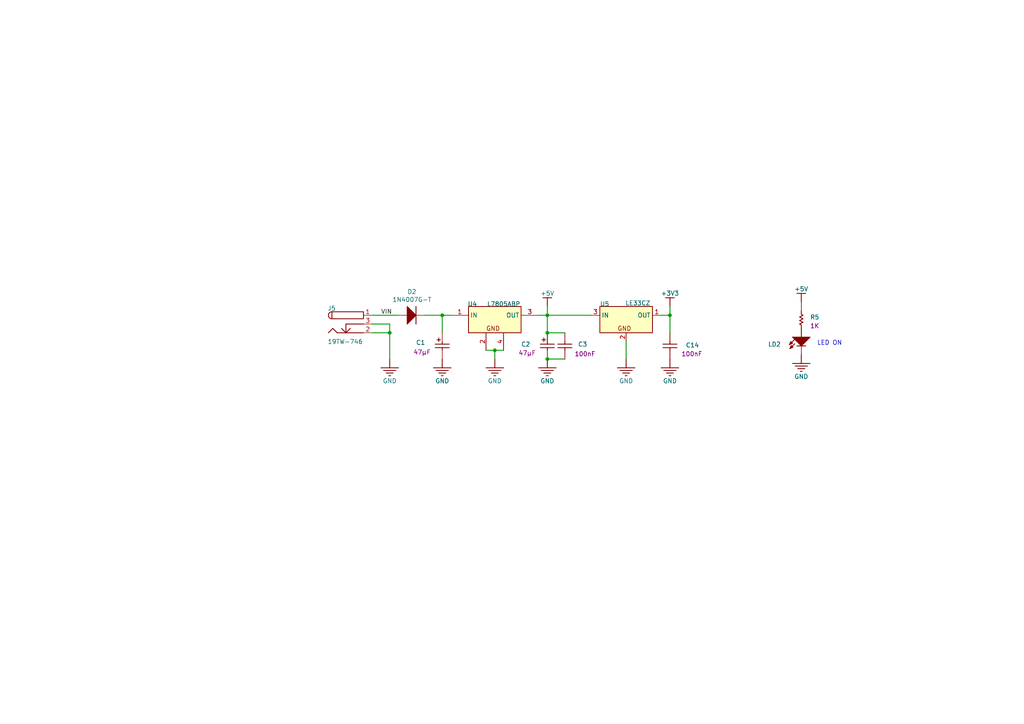
<source format=kicad_sch>
(kicad_sch (version 20250114) (generator "eeschema") (generator_version "9.0")
  (paper "A4")
  (lib_symbols
    (symbol "Arduino_Uno_Kit-altium-import:+3V3" (power)
      (property "Reference" "#PWR" (at 0 0 0))
      (property "Value" "+3V3" (at 0 3.81 0))
      (symbol "+3V3_0_0"
        (polyline (pts (xy -1.27 -2.54) (xy 1.27 -2.54)) (stroke (width 0.254)))
        (polyline (pts (xy 0 0) (xy 0 -2.54)) (stroke (width 0.254)))
        (pin power_in line (at 0 0 0) (length 0) (hide yes) (name "+3V3") (number ""))
      )
    )
    (symbol "Arduino_Uno_Kit-altium-import:+5V" (power)
      (property "Reference" "#PWR" (at 0 0 0))
      (property "Value" "+5V" (at 0 3.81 0))
      (symbol "+5V_0_0"
        (polyline (pts (xy -1.27 -2.54) (xy 1.27 -2.54)) (stroke (width 0.254)))
        (polyline (pts (xy 0 0) (xy 0 -2.54)) (stroke (width 0.254)))
        (pin power_in line (at 0 0 0) (length 0) (hide yes) (name "+5V") (number ""))
      )
    )
    (symbol "Arduino_Uno_Kit-altium-import:0_19TW-746"
      (property "Value" "0_19TW-746" (at 0 0 0))
      (symbol "0_19TW-746_1_0"
        (arc (start -4.064 -1.016) (mid -5.0755 0) (end -4.064 1.016) (stroke (width 0.254)))
        (polyline (pts (xy 0 -5.08) (xy 1.27 -3.81)) (stroke (width 0.254)))
        (polyline (pts (xy 5.08 1.016) (xy -4.064 1.016) (xy -4.064 -1.016) (xy 5.08 -1.016) (xy 5.08 1.016)) (stroke (width 0.254)))
        (polyline (pts (xy 5.08 -2.54) (xy 0 -2.54) (xy 0 -5.08) (xy -1.27 -3.81)) (stroke (width 0.254)))
        (polyline (pts (xy 5.08 -5.08) (xy -2.54 -5.08) (xy -3.81 -3.81) (xy -5.08 -5.08)) (stroke (width 0.254)))
        (pin power_in line (at 7.62 0 180) (length 2.54) (name "1") (number "1"))
        (pin power_in line (at 7.62 -2.54 180) (length 2.54) (name "3") (number "3"))
        (pin power_in line (at 7.62 -5.08 180) (length 2.54) (name "2") (number "2"))
      )
    )
    (symbol "Arduino_Uno_Kit-altium-import:0_1N4007G-T"
      (property "Value" "0_1N4007G-T" (at 0 0 0))
      (symbol "0_1N4007G-T_1_0"
        (polyline (pts (xy 0 -2.54) (xy 2.54 0) (xy 0 2.54) (xy 0 -2.54)) (stroke (width 0.254)) (fill (type outline)))
        (polyline (pts (xy 2.54 2.54) (xy 2.54 -2.54)) (stroke (width 0.254)))
        (pin passive line (at -2.54 0 0) (length 2.54) (name "1") (number "1"))
        (pin passive line (at 5.08 0 180) (length 2.54) (name "2") (number "2"))
      )
    )
    (symbol "Arduino_Uno_Kit-altium-import:0_L7805CT"
      (property "Value" "0_L7805CT" (at 0 0 0))
      (symbol "0_L7805CT_1_0"
        (rectangle (start 15.24 2.54) (end 0 -5.08) (stroke (width 0.254)) (fill (type background)))
        (text "GND" (at 5.08 -4.572 0) (effects (font (size 1.27 1.27)) (justify left bottom)))
        (pin power_in line (at -5.08 0 0) (length 5.08) (name "IN") (number "1"))
        (pin power_in line (at 5.08 -10.16 90) (length 5.08) (name "GND") (number "2"))
        (pin power_in line (at 10.16 -10.16 90) (length 5.08) (name "GND") (number "4"))
        (pin power_in line (at 20.32 0 180) (length 5.08) (name "OUT") (number "3"))
      )
    )
    (symbol "Arduino_Uno_Kit-altium-import:0_LE33CZ-TR/AP"
      (property "Value" "0_LE33CZ-TR/AP" (at 0 0 0))
      (symbol "0_LE33CZ-TR/AP_1_0"
        (rectangle (start 15.24 0) (end 0 -7.62) (stroke (width 0.254)) (fill (type background)))
        (text "GND" (at 5.08 -7.112 0) (effects (font (size 1.27 1.27)) (justify left bottom)))
        (pin power_in line (at -2.54 -2.54 0) (length 2.54) (name "IN") (number "3"))
        (pin power_in line (at 7.62 -10.16 90) (length 2.54) (name "GND") (number "2"))
        (pin power_in line (at 17.78 -2.54 180) (length 2.54) (name "OUT") (number "1"))
      )
    )
    (symbol "Arduino_Uno_Kit-altium-import:0_LED"
      (property "Value" "0_LED" (at 0 0 0))
      (symbol "0_LED_1_0"
        (polyline (pts (xy -3.429 -2.159) (xy -2.032 -0.762)) (stroke (width 0.254)))
        (polyline (pts (xy -3.429 -2.159) (xy -3.048 -1.27) (xy -2.54 -1.778) (xy -3.429 -2.159)) (stroke (width 0.254)) (fill (type outline)))
        (polyline (pts (xy -3.302 -3.302) (xy -1.905 -1.905)) (stroke (width 0.254)))
        (polyline (pts (xy -3.302 -3.302) (xy -2.921 -2.413) (xy -2.413 -2.921) (xy -3.302 -3.302)) (stroke (width 0.254)) (fill (type outline)))
        (polyline (pts (xy -2.54 0) (xy 2.54 0) (xy 0 -2.54) (xy -2.54 0)) (stroke (width 0.254)) (fill (type outline)))
        (polyline (pts (xy -1.27 -2.54) (xy 0 -2.54)) (stroke (width 0.254)))
        (polyline (pts (xy 0 -2.54) (xy 1.27 -2.54)) (stroke (width 0.254)))
        (pin passive line (at 0 2.54 270) (length 2.54) (name "A") (number "A"))
        (pin passive line (at 0 -5.08 90) (length 2.54) (name "C") (number "C"))
      )
    )
    (symbol "Arduino_Uno_Kit-altium-import:1_CAP-POL"
      (property "Value" "1_CAP-POL" (at 0 0 0))
      (symbol "1_CAP-POL_1_0"
        (polyline (pts (xy -2.032 0.508) (xy 2.032 0.508)) (stroke (width 0.254)))
        (polyline (pts (xy -1.524 1.778) (xy -0.508 1.778)) (stroke (width 0.254)))
        (polyline (pts (xy -1.016 1.27) (xy -1.016 2.286)) (stroke (width 0.254)))
        (polyline (pts (xy 0 1.27) (xy 0 0.508)) (stroke (width 0.254)))
        (polyline (pts (xy 0 -1.27) (xy 0 -0.508)) (stroke (width 0.254)))
        (polyline (pts (xy 2.032 -0.508) (xy -2.032 -0.508)) (stroke (width 0.254)))
        (pin passive line (at 0 3.81 270) (length 2.54) (name "2") (number "2"))
        (pin passive line (at 0 -3.81 90) (length 2.54) (name "1") (number "1"))
      )
    )
    (symbol "Arduino_Uno_Kit-altium-import:3_CAP"
      (property "Value" "3_CAP" (at 0 0 0))
      (symbol "3_CAP_1_0"
        (polyline (pts (xy -2.032 -3.302) (xy 2.032 -3.302)) (stroke (width 0.254)))
        (polyline (pts (xy 0 -2.54) (xy 0 -3.302)) (stroke (width 0.254)))
        (polyline (pts (xy 0 -5.08) (xy 0 -4.318)) (stroke (width 0.254)))
        (polyline (pts (xy 2.032 -4.318) (xy -2.032 -4.318)) (stroke (width 0.254)))
        (pin passive line (at 0 0 270) (length 2.54) (name "1") (number "1"))
        (pin passive line (at 0 -7.62 90) (length 2.54) (name "2") (number "2"))
      )
    )
    (symbol "Arduino_Uno_Kit-altium-import:3_RES"
      (property "Value" "3_RES" (at 0 0 0))
      (symbol "3_RES_1_0"
        (polyline (pts (xy 0 -2.54) (xy 0 -1.524) (xy -0.508 -1.27) (xy 0.508 -0.762) (xy -0.508 -0.254) (xy 0.508 0.254) (xy -0.508 0.762) (xy 0.508 1.27) (xy 0 1.524) (xy 0 2.54)) (stroke (width 0.254)))
        (pin passive line (at 0 5.08 270) (length 2.54) (name "1") (number "1"))
        (pin passive line (at 0 -5.08 90) (length 2.54) (name "2") (number "2"))
      )
    )
    (symbol "Arduino_Uno_Kit-altium-import:GND" (power)
      (property "Reference" "#PWR" (at 0 0 0))
      (property "Value" "GND" (at 0 6.35 0))
      (symbol "GND_0_0"
        (polyline (pts (xy -2.54 -2.54) (xy 2.54 -2.54)) (stroke (width 0.254)))
        (polyline (pts (xy -1.778 -3.302) (xy 1.778 -3.302)) (stroke (width 0.254)))
        (polyline (pts (xy -1.016 -4.064) (xy 1.016 -4.064)) (stroke (width 0.254)))
        (polyline (pts (xy -0.254 -4.826) (xy 0.254 -4.826)) (stroke (width 0.254)))
        (polyline (pts (xy 0 0) (xy 0 -2.54)) (stroke (width 0.254)))
        (pin power_in line (at 0 0 0) (length 0) (hide yes) (name "GND") (number ""))
      )
    )
  )
  (text "LED ON" (at 236.982 100.33 0) (effects (font (size 1.27 1.27)) (justify left bottom)))
  (junction (at 194.31 91.44))
  (junction (at 128.27 91.44))
  (junction (at 158.75 91.44))
  (junction (at 158.75 104.14))
  (junction (at 158.75 96.52))
  (junction (at 113.03 96.52))
  (junction (at 143.51 101.6))
  (wire (pts (xy 123.19 91.44) (xy 128.27 91.44)) (stroke (width 0.254)))
  (wire (pts (xy 140.97 101.6) (xy 143.51 101.6)) (stroke (width 0.254)))
  (wire (pts (xy 158.75 99.06) (xy 158.75 96.52)) (stroke (width 0.254)))
  (wire (pts (xy 128.27 91.44) (xy 130.81 91.44)) (stroke (width 0.254)))
  (wire (pts (xy 194.31 91.44) (xy 194.31 88.9)) (stroke (width 0.254)))
  (wire (pts (xy 143.51 101.6) (xy 146.05 101.6)) (stroke (width 0.254)))
  (wire (pts (xy 181.61 99.06) (xy 181.61 104.14)) (stroke (width 0.254)))
  (wire (pts (xy 158.75 91.44) (xy 156.21 91.44)) (stroke (width 0.254)))
  (wire (pts (xy 107.95 96.52) (xy 113.03 96.52)) (stroke (width 0.254)))
  (wire (pts (xy 143.51 101.6) (xy 143.51 104.14)) (stroke (width 0.254)))
  (wire (pts (xy 113.03 93.98) (xy 113.03 96.52)) (stroke (width 0.254)))
  (wire (pts (xy 194.31 91.44) (xy 194.31 96.52)) (stroke (width 0.254)))
  (wire (pts (xy 107.95 93.98) (xy 113.03 93.98)) (stroke (width 0.254)))
  (wire (pts (xy 171.45 91.44) (xy 158.75 91.44)) (stroke (width 0.254)))
  (wire (pts (xy 128.27 91.44) (xy 128.27 96.52)) (stroke (width 0.254)))
  (wire (pts (xy 232.41 95.25) (xy 232.41 97.79)) (stroke (width 0.254)))
  (wire (pts (xy 158.75 88.9) (xy 158.75 91.44)) (stroke (width 0.254)))
  (wire (pts (xy 163.83 96.52) (xy 158.75 96.52)) (stroke (width 0.254)))
  (wire (pts (xy 158.75 104.14) (xy 163.83 104.14)) (stroke (width 0.254)))
  (wire (pts (xy 158.75 96.52) (xy 158.75 91.44)) (stroke (width 0.254)))
  (wire (pts (xy 107.95 91.44) (xy 115.57 91.44)) (stroke (width 0.254)))
  (wire (pts (xy 113.03 96.52) (xy 113.03 104.14)) (stroke (width 0.254)))
  (wire (pts (xy 191.77 91.44) (xy 194.31 91.44)) (stroke (width 0.254)))
  (label "VIN" (at 110.49 91.44 0))
  (symbol (lib_id "Arduino_Uno_Kit-altium-import:3_CAP") (at 163.83 96.52 0) (unit 1)
    (property "Reference" "C3" (at 167.64 100.584 0) (effects (justify left bottom)))
    (property "Value" "B32529C0104J289" (effects (hide yes)))
    (property "Footprint" "B32529C0104J289" (effects (hide yes)))
    (property "CODE ARDUINO" "0080" (effects (hide yes)))
    (property "ALTIUM_VALUE" "100nF" (at 166.624 103.378 0) (effects (justify left bottom)))
    (property "PART NUMBER" "B32529C0104J289" (effects (hide yes)))
    (property "MANUFACTURER" "EPCOS" (effects (hide yes)))
    (property "VOLTAGE" "63V" (effects (hide yes)))
    (property "TOLERANCE" "5%" (effects (hide yes)))
  )
  (symbol (lib_id "Arduino_Uno_Kit-altium-import:GND") (at 143.51 104.14 0) (unit 1)
    (property "Reference" "#PWR07" (effects (hide yes)))
    (property "Value" "GND" (at 143.51 110.49 0))
  )
  (symbol (lib_id "Arduino_Uno_Kit-altium-import:1_CAP-POL") (at 128.27 100.33 0) (unit 1)
    (property "Reference" "C1" (at 120.65 100.076 0) (effects (justify left bottom)))
    (property "Value" "EKF476M1EE05TU" (effects (hide yes)))
    (property "Footprint" "EKF476M1EE05TU" (effects (hide yes)))
    (property "MANUFACTURER PART NUMBER 2" "EKF476M1EE05TU" (effects (hide yes)))
    (property "PACKAGE" "6.3x5mm  P. 2.5mm" (effects (hide yes)))
    (property "VOLTAGE" "25V" (effects (hide yes)))
    (property "PART NUMBER" "EKF476M1EE05TU" (effects (hide yes)))
    (property "ALTIUM_VALUE" "47µF" (at 119.888 102.87 0) (effects (justify left bottom)))
    (property "TOLERANCE" "20%" (effects (hide yes)))
    (property "CODE ARDUINO" "C0125" (effects (hide yes)))
    (property "MANUFACTURER" "SAMXON" (effects (hide yes)))
  )
  (symbol (lib_id "Arduino_Uno_Kit-altium-import:GND") (at 181.61 104.14 0) (unit 1)
    (property "Reference" "#PWR010" (effects (hide yes)))
    (property "Value" "GND" (at 181.61 110.49 0))
  )
  (symbol (lib_id "Arduino_Uno_Kit-altium-import:0_19TW-746") (at 100.33 91.44 0) (unit 1)
    (property "Reference" "J5" (at 94.996 90.17 0) (effects (justify left bottom)))
    (property "Value" "19TW-746" (at 94.996 99.822 0) (effects (justify left bottom)))
    (property "Footprint" "POWERSUPPLY_DC-21MM" (effects (hide yes)))
    (property "MANUFACTURER" "4UCON" (effects (hide yes)))
    (property "PART NUMBER" "19TW-746" (effects (hide yes)))
    (property "CODE ARDUINO" "0018" (effects (hide yes)))
  )
  (symbol (lib_id "Arduino_Uno_Kit-altium-import:GND") (at 232.41 102.87 0) (unit 1)
    (property "Reference" "#PWR022" (effects (hide yes)))
    (property "Value" "GND" (at 232.41 109.22 0))
  )
  (symbol (lib_id "Arduino_Uno_Kit-altium-import:GND") (at 113.03 104.14 0) (unit 1)
    (property "Reference" "#PWR05" (effects (hide yes)))
    (property "Value" "GND" (at 113.03 110.49 0))
  )
  (symbol (lib_id "Arduino_Uno_Kit-altium-import:3_CAP") (at 194.31 96.52 0) (unit 1)
    (property "Reference" "C14" (at 198.882 100.838 0) (effects (justify left bottom)))
    (property "Value" "B32529C0104J289" (effects (hide yes)))
    (property "Footprint" "B32529C0104J289" (effects (hide yes)))
    (property "CODE ARDUINO" "0080" (effects (hide yes)))
    (property "ALTIUM_VALUE" "100nF" (at 197.612 103.378 0) (effects (justify left bottom)))
    (property "PART NUMBER" "B32529C0104J289" (effects (hide yes)))
    (property "MANUFACTURER" "EPCOS" (effects (hide yes)))
    (property "VOLTAGE" "63V" (effects (hide yes)))
    (property "TOLERANCE" "5%" (effects (hide yes)))
  )
  (symbol (lib_id "Arduino_Uno_Kit-altium-import:+3V3") (at 194.31 88.9 180) (unit 1)
    (property "Reference" "#PWR011" (effects (hide yes)))
    (property "Value" "+3V3" (at 194.31 85.09 0))
  )
  (symbol (lib_id "Arduino_Uno_Kit-altium-import:+5V") (at 232.41 87.63 180) (unit 1)
    (property "Reference" "#PWR021" (effects (hide yes)))
    (property "Value" "+5V" (at 232.41 83.82 0))
  )
  (symbol (lib_id "Arduino_Uno_Kit-altium-import:+5V") (at 158.75 88.9 180) (unit 1)
    (property "Reference" "#PWR08" (effects (hide yes)))
    (property "Value" "+5V" (at 158.75 85.09 0))
  )
  (symbol (lib_id "Arduino_Uno_Kit-altium-import:0_1N4007G-T") (at 118.11 91.44 0) (unit 1)
    (property "Reference" "D2" (at 118.11 85.344 0) (effects (justify left bottom)))
    (property "Value" "1N4007G-T" (at 113.792 87.63 0) (effects (justify left bottom)))
    (property "Footprint" "1N4007G-T-Footprint-1" (effects (hide yes)))
    (property "MANUFACTURER" "Panjit" (effects (hide yes)))
    (property "CODE ARDUINO" "0066" (effects (hide yes)))
    (property "PART NUMBER" "1N4007G-T" (effects (hide yes)))
    (property "VOLTAGE RATING (DC)" "1kV" (effects (hide yes)))
  )
  (symbol (lib_id "Arduino_Uno_Kit-altium-import:GND") (at 158.75 104.14 0) (unit 1)
    (property "Reference" "#PWR09" (effects (hide yes)))
    (property "Value" "GND" (at 158.75 110.49 0))
  )
  (symbol (lib_id "Arduino_Uno_Kit-altium-import:3_RES") (at 232.41 92.71 0) (unit 1)
    (property "Reference" "R5" (at 234.95 92.71 0) (effects (justify left bottom)))
    (property "Value" "2-1623930-9" (effects (hide yes)))
    (property "Footprint" "A5215" (effects (hide yes)))
    (property "TOLERANCE" "5%" (effects (hide yes)))
    (property "CODE ARDUINO" "A5215" (effects (hide yes)))
    (property "ALTIUM_VALUE" "1K" (at 234.95 95.25 0) (effects (justify left bottom)))
    (property "POWER" "250mW" (effects (hide yes)))
    (property "MANUFACTURER" "TE connectivity" (effects (hide yes)))
    (property "PART NUMBER" "2-1623930-9" (effects (hide yes)))
  )
  (symbol (lib_id "Arduino_Uno_Kit-altium-import:GND") (at 128.27 104.14 0) (unit 1)
    (property "Reference" "#PWR06" (effects (hide yes)))
    (property "Value" "GND" (at 128.27 110.49 0))
  )
  (symbol (lib_id "Arduino_Uno_Kit-altium-import:1_CAP-POL") (at 158.75 100.33 0) (unit 1)
    (property "Reference" "C2" (at 151.13 100.584 0) (effects (justify left bottom)))
    (property "Value" "EKF476M1EE05TU" (effects (hide yes)))
    (property "Footprint" "EKF476M1EE05TU" (effects (hide yes)))
    (property "MANUFACTURER PART NUMBER 2" "EKF476M1EE05TU" (effects (hide yes)))
    (property "PACKAGE" "6.3x5mm  P. 2.5mm" (effects (hide yes)))
    (property "VOLTAGE" "25V" (effects (hide yes)))
    (property "PART NUMBER" "EKF476M1EE05TU" (effects (hide yes)))
    (property "ALTIUM_VALUE" "47µF" (at 150.368 103.124 0) (effects (justify left bottom)))
    (property "TOLERANCE" "20%" (effects (hide yes)))
    (property "CODE ARDUINO" "C0125" (effects (hide yes)))
    (property "MANUFACTURER" "SAMXON" (effects (hide yes)))
  )
  (symbol (lib_id "Arduino_Uno_Kit-altium-import:0_L7805CT") (at 135.89 91.44 0) (unit 1)
    (property "Reference" "U4" (at 135.636 88.9 0) (effects (justify left bottom)))
    (property "Value" "L7805ABP" (at 141.224 88.9 0) (effects (justify left bottom)))
    (property "Footprint" "TO220" (effects (hide yes)))
    (property "MOUNT" "Through Hole" (effects (hide yes)))
    (property "HEIGHT" "9.15mm" (effects (hide yes)))
    (property "OUTPUT CONFIGURATION" "Positive" (effects (hide yes)))
    (property "MANUFACTURER" "STMicroelectronics" (effects (hide yes)))
    (property "RADIATION HARDENING" "No" (effects (hide yes)))
    (property "NUMBER OF REGULATORS" "1" (effects (hide yes)))
    (property "WEIGHT" "0.08113oz" (effects (hide yes)))
    (property "NUMBER OF OUTPUTS" "1" (effects (hide yes)))
    (property "MAX OUTPUT CURRENT" "1.5A" (effects (hide yes)))
    (property "PACKAGING" "Rail/Tube" (effects (hide yes)))
    (property "CASE/PACKAGE" "TO-220FP" (effects (hide yes)))
    (property "MAX INPUT VOLTAGE" "25V" (effects (hide yes)))
    (property "MIN OUTPUT VOLTAGE" "5V" (effects (hide yes)))
    (property "PACKAGE QUANTITY" "1000" (effects (hide yes)))
    (property "LENGTH" "10.4mm" (effects (hide yes)))
    (property "QUIESCENT CURRENT" "8mA" (effects (hide yes)))
    (property "CONTACT PLATING" "Gold" (effects (hide yes)))
    (property "NOMINAL OUTPUT VOLTAGE" "5V" (effects (hide yes)))
    (property "LEAD FREE" "Lead Free" (effects (hide yes)))
    (property "TOLERANCE" "5%" (effects (hide yes)))
    (property "POLARITY" "Positive" (effects (hide yes)))
    (property "WIDTH" "4.6mm" (effects (hide yes)))
    (property "REACH SVHC" "No SVHC" (effects (hide yes)))
    (property "NUMBER OF PINS" "2" (effects (hide yes)))
    (property "OUTPUT CURRENT" "1.5A" (effects (hide yes)))
    (property "MIN INPUT VOLTAGE" "7V" (effects (hide yes)))
    (property "MIN OPERATING TEMPERATURE" "0°C" (effects (hide yes)))
    (property "DROPOUT VOLTAGE" "2V" (effects (hide yes)))
    (property "OUTPUT TYPE" "Fixed" (effects (hide yes)))
    (property "POWER SUPPLY REJECTION RATIO (PSRR)" "62dB" (effects (hide yes)))
    (property "CODE ARDUINO" "U0239" (effects (hide yes)))
    (property "MAX OPERATING TEMPERATURE" "125°C" (effects (hide yes)))
    (property "OUTPUT VOLTAGE" "5V" (effects (hide yes)))
    (property "PART NUMBER" "L7805ABP" (effects (hide yes)))
  )
  (symbol (lib_id "Arduino_Uno_Kit-altium-import:GND") (at 194.31 104.14 0) (unit 1)
    (property "Reference" "#PWR012" (effects (hide yes)))
    (property "Value" "GND" (at 194.31 110.49 0))
  )
  (symbol (lib_id "Arduino_Uno_Kit-altium-import:0_LE33CZ-TR/AP") (at 173.99 88.9 0) (unit 1)
    (property "Reference" "U5" (at 173.99 88.9 0) (effects (justify left bottom)))
    (property "Value" "LE33CZ" (at 181.356 88.646 0) (effects (justify left bottom)))
    (property "Footprint" "LE33CZ-TR/AP" (effects (hide yes)))
    (property "WEIGHT" "0.08113oz" (effects (hide yes)))
    (property "POWER SUPPLY REJECTION RATIO (PSRR)" "80db" (effects (hide yes)))
    (property "LEAD FREE" "Lead Free" (effects (hide yes)))
    (property "NUMBER OF OUTPUTS" "1" (effects (hide yes)))
    (property "MAX INPUT VOLTAGE" "18V" (effects (hide yes)))
    (property "CODE ARDUINO" "U0246" (effects (hide yes)))
    (property "MAX OPERATING TEMPERATURE" "125°C" (effects (hide yes)))
    (property "POLARITY" "Positive" (effects (hide yes)))
    (property "NUMBER OF REGULATORS" "1" (effects (hide yes)))
    (property "DROPOUT VOLTAGE" "2V" (effects (hide yes)))
    (property "MAX OUTPUT CURRENT" "100mA" (effects (hide yes)))
    (property "LENGTH" "10.4mm" (effects (hide yes)))
    (property "PART NUMBER" "LE33CZ-TR/AP" (effects (hide yes)))
    (property "MANUFACTURER" "STMicroelectronics" (effects (hide yes)))
    (property "CASE/PACKAGE" "TO-92-3" (effects (hide yes)))
    (property "MIN OPERATING TEMPERATURE" "- 40 C" (effects (hide yes)))
    (property "WIDTH" "4.6mm" (effects (hide yes)))
    (property "QUIESCENT CURRENT" "1mA" (effects (hide yes)))
    (property "MOUNT" "Through Hole" (effects (hide yes)))
    (property "PACKAGING" "Rail/Tube" (effects (hide yes)))
    (property "TOLERANCE" "1%" (effects (hide yes)))
    (property "OUTPUT VOLTAGE" "3v3" (effects (hide yes)))
    (property "OUTPUT CONFIGURATION" "Positive" (effects (hide yes)))
    (property "NUMBER OF PINS" "3" (effects (hide yes)))
    (property "ROHS CERTIFICATE" "SI" (effects (hide yes)))
    (property "OUTPUT CURRENT" "100mA" (effects (hide yes)))
    (property "RADIATION HARDENING" "No" (effects (hide yes)))
    (property "OUTPUT TYPE" "Fixed" (effects (hide yes)))
    (property "REACH SVHC" "No SVHC" (effects (hide yes)))
    (property "NOMINAL OUTPUT VOLTAGE" "3V3" (effects (hide yes)))
    (property "ROHS COMPLIANCE" "SI" (effects (hide yes)))
  )
  (symbol (lib_id "Arduino_Uno_Kit-altium-import:0_LED") (at 232.41 97.79 0) (unit 1)
    (property "Reference" "LD2" (at 222.758 100.584 0) (effects (justify left bottom)))
    (property "Value" "L-7104GD" (effects (hide yes)))
    (property "Footprint" "L314YD-Footprint-1" (effects (hide yes)))
    (property "PART NUMBER" "L-7104GD" (effects (hide yes)))
    (property "MANUFACTURER" "Kingbright" (effects (hide yes)))
    (property "CODE ARDUINO" "L0023" (effects (hide yes)))
  )
)
</source>
